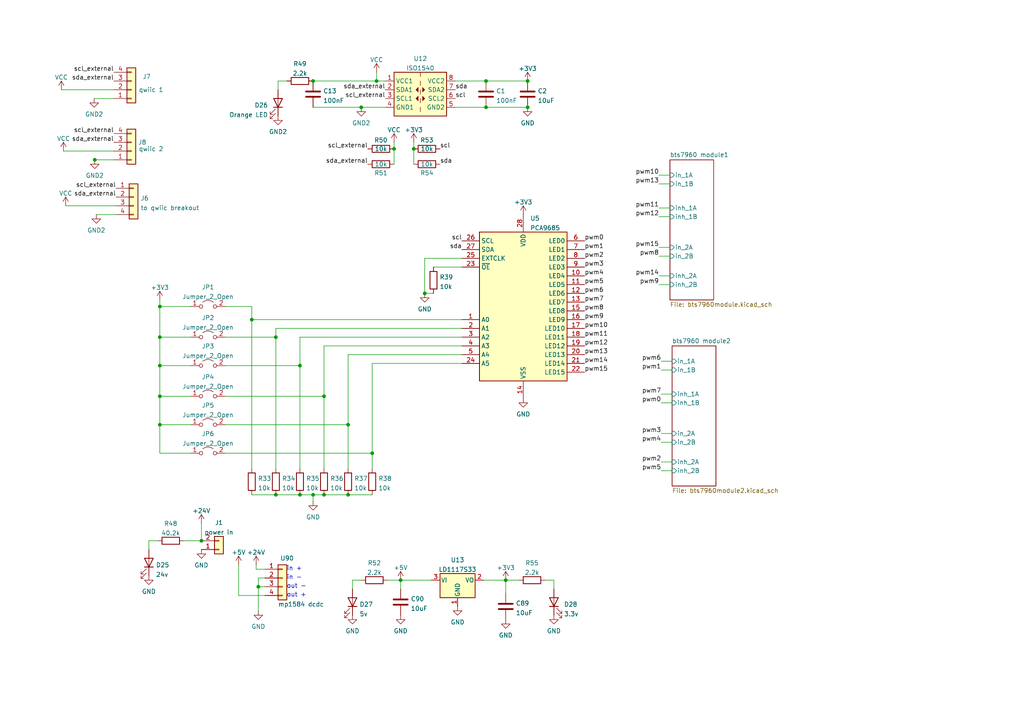
<source format=kicad_sch>
(kicad_sch (version 20230121) (generator eeschema)
  (paper "A4")
  (lib_symbols
    (symbol "Connector_Generic:Conn_01x02" (pin_names (offset 1.016) hide)
      (property "Reference" "J" (at 0 2.54 0))
      (property "Value" "Conn_01x02" (at 0 -5.08 0))
      (symbol "Conn_01x02_1_1"
        (rectangle (start -1.27 -2.413) (end 0 -2.667) (stroke (width 0.1524)))
        (rectangle (start -1.27 0.127) (end 0 -0.127) (stroke (width 0.1524)))
        (rectangle (start -1.27 1.27) (end 1.27 -3.81) (stroke (width 0.254)) (fill (type background)))
        (pin passive line (at -5.08 0 0) (length 3.81) (name "Pin_1") (number "1"))
        (pin passive line (at -5.08 -2.54 0) (length 3.81) (name "Pin_2") (number "2"))
      )
    )
    (symbol "Connector_Generic:Conn_01x04" (pin_names (offset 1.016) hide)
      (property "Reference" "J" (at 0 5.08 0))
      (property "Value" "Conn_01x04" (at 0 -7.62 0))
      (symbol "Conn_01x04_1_1"
        (rectangle (start -1.27 -4.953) (end 0 -5.207) (stroke (width 0.1524)))
        (rectangle (start -1.27 -2.413) (end 0 -2.667) (stroke (width 0.1524)))
        (rectangle (start -1.27 0.127) (end 0 -0.127) (stroke (width 0.1524)))
        (rectangle (start -1.27 2.667) (end 0 2.413) (stroke (width 0.1524)))
        (rectangle (start -1.27 3.81) (end 1.27 -6.35) (stroke (width 0.254)) (fill (type background)))
        (pin passive line (at -5.08 2.54 0) (length 3.81) (name "Pin_1") (number "1"))
        (pin passive line (at -5.08 0 0) (length 3.81) (name "Pin_2") (number "2"))
        (pin passive line (at -5.08 -2.54 0) (length 3.81) (name "Pin_3") (number "3"))
        (pin passive line (at -5.08 -5.08 0) (length 3.81) (name "Pin_4") (number "4"))
      )
    )
    (symbol "Device:C" (pin_numbers hide) (pin_names (offset 0.254))
      (property "Reference" "C" (at 0.635 2.54 0))
      (property "Value" "C" (at 0.635 -2.54 0))
      (symbol "C_0_1"
        (polyline (pts (xy -2.032 -0.762) (xy 2.032 -0.762)) (stroke (width 0.508)))
        (polyline (pts (xy -2.032 0.762) (xy 2.032 0.762)) (stroke (width 0.508)))
      )
      (symbol "C_1_1"
        (pin passive line (at 0 3.81 270) (length 2.794) (name "~") (number "1"))
        (pin passive line (at 0 -3.81 90) (length 2.794) (name "~") (number "2"))
      )
    )
    (symbol "Device:LED" (pin_numbers hide) (pin_names (offset 1.016) hide)
      (property "Reference" "D" (at 0 2.54 0))
      (property "Value" "LED" (at 0 -2.54 0))
      (symbol "LED_0_1"
        (polyline (pts (xy -1.27 -1.27) (xy -1.27 1.27)) (stroke (width 0.254)))
        (polyline (pts (xy -1.27 0) (xy 1.27 0)))
        (polyline (pts (xy 1.27 -1.27) (xy 1.27 1.27) (xy -1.27 0) (xy 1.27 -1.27)) (stroke (width 0.254)))
        (polyline (pts (xy -3.048 -0.762) (xy -4.572 -2.286) (xy -3.81 -2.286) (xy -4.572 -2.286) (xy -4.572 -1.524)))
        (polyline (pts (xy -1.778 -0.762) (xy -3.302 -2.286) (xy -2.54 -2.286) (xy -3.302 -2.286) (xy -3.302 -1.524)))
      )
      (symbol "LED_1_1"
        (pin passive line (at -3.81 0 0) (length 2.54) (name "K") (number "1"))
        (pin passive line (at 3.81 0 180) (length 2.54) (name "A") (number "2"))
      )
    )
    (symbol "Device:R" (pin_numbers hide) (pin_names (offset 0))
      (property "Reference" "R" (at 2.032 0 90))
      (property "Value" "R" (at 0 0 90))
      (symbol "R_0_1"
        (rectangle (start -1.016 -2.54) (end 1.016 2.54) (stroke (width 0.254)))
      )
      (symbol "R_1_1"
        (pin passive line (at 0 3.81 270) (length 1.27) (name "~") (number "1"))
        (pin passive line (at 0 -3.81 90) (length 1.27) (name "~") (number "2"))
      )
    )
    (symbol "Driver_LED:PCA9685PW"
      (property "Reference" "U" (at -12.7 22.225 0))
      (property "Value" "PCA9685PW" (at 1.27 22.225 0))
      (symbol "PCA9685PW_0_1"
        (rectangle (start -12.7 20.32) (end 12.7 -22.86) (stroke (width 0.254)) (fill (type background)))
      )
      (symbol "PCA9685PW_1_1"
        (pin input line (at -17.78 -5.08 0) (length 5.08) (name "A0") (number "1"))
        (pin output line (at 17.78 7.62 180) (length 5.08) (name "LED4") (number "10"))
        (pin output line (at 17.78 5.08 180) (length 5.08) (name "LED5") (number "11"))
        (pin output line (at 17.78 2.54 180) (length 5.08) (name "LED6") (number "12"))
        (pin output line (at 17.78 0 180) (length 5.08) (name "LED7") (number "13"))
        (pin power_in line (at 0 -27.94 90) (length 5.08) (name "VSS") (number "14"))
        (pin output line (at 17.78 -2.54 180) (length 5.08) (name "LED8") (number "15"))
        (pin output line (at 17.78 -5.08 180) (length 5.08) (name "LED9") (number "16"))
        (pin output line (at 17.78 -7.62 180) (length 5.08) (name "LED10") (number "17"))
        (pin output line (at 17.78 -10.16 180) (length 5.08) (name "LED11") (number "18"))
        (pin output line (at 17.78 -12.7 180) (length 5.08) (name "LED12") (number "19"))
        (pin input line (at -17.78 -7.62 0) (length 5.08) (name "A1") (number "2"))
        (pin output line (at 17.78 -15.24 180) (length 5.08) (name "LED13") (number "20"))
        (pin output line (at 17.78 -17.78 180) (length 5.08) (name "LED14") (number "21"))
        (pin output line (at 17.78 -20.32 180) (length 5.08) (name "LED15") (number "22"))
        (pin input line (at -17.78 10.16 0) (length 5.08) (name "~{OE}") (number "23"))
        (pin input line (at -17.78 -17.78 0) (length 5.08) (name "A5") (number "24"))
        (pin input line (at -17.78 12.7 0) (length 5.08) (name "EXTCLK") (number "25"))
        (pin input line (at -17.78 17.78 0) (length 5.08) (name "SCL") (number "26"))
        (pin bidirectional line (at -17.78 15.24 0) (length 5.08) (name "SDA") (number "27"))
        (pin power_in line (at 0 25.4 270) (length 5.08) (name "VDD") (number "28"))
        (pin input line (at -17.78 -10.16 0) (length 5.08) (name "A2") (number "3"))
        (pin input line (at -17.78 -12.7 0) (length 5.08) (name "A3") (number "4"))
        (pin input line (at -17.78 -15.24 0) (length 5.08) (name "A4") (number "5"))
        (pin output line (at 17.78 17.78 180) (length 5.08) (name "LED0") (number "6"))
        (pin output line (at 17.78 15.24 180) (length 5.08) (name "LED1") (number "7"))
        (pin output line (at 17.78 12.7 180) (length 5.08) (name "LED2") (number "8"))
        (pin output line (at 17.78 10.16 180) (length 5.08) (name "LED3") (number "9"))
      )
    )
    (symbol "Isolator:ISO1540"
      (property "Reference" "U" (at -6.35 6.35 0))
      (property "Value" "ISO1540" (at 3.81 6.35 0))
      (symbol "ISO1540_0_1"
        (rectangle (start -7.62 5.08) (end 7.62 -7.62) (stroke (width 0.254)) (fill (type background)))
        (rectangle (start 0 -5.08) (end 0 -6.35))
        (polyline (pts (xy 0 -2.54) (xy 0 -3.81)))
        (polyline (pts (xy 0 0) (xy 0 -1.27)))
        (polyline (pts (xy 0 2.54) (xy 0 1.27)))
        (polyline (pts (xy 0 5.08) (xy 0 3.81)))
        (polyline (pts (xy -0.635 0.635) (xy -1.27 0) (xy -0.635 -0.635) (xy -0.635 0.635)) (fill (type outline)))
        (polyline (pts (xy 0.635 -1.905) (xy 1.27 -2.54) (xy 0.635 -3.175) (xy 0.635 -1.905)) (fill (type outline)))
        (polyline (pts (xy 0.635 0.635) (xy 1.27 0) (xy 0.635 -0.635) (xy 0.635 0.635)) (fill (type outline)))
      )
      (symbol "ISO1540_1_1"
        (polyline (pts (xy -0.635 -1.905) (xy -1.27 -2.54) (xy -0.635 -3.175) (xy -0.635 -1.905)) (fill (type outline)))
        (pin power_in line (at -10.16 2.54 0) (length 2.54) (name "VCC1") (number "1"))
        (pin bidirectional line (at -10.16 0 0) (length 2.54) (name "SDA1") (number "2"))
        (pin bidirectional line (at -10.16 -2.54 0) (length 2.54) (name "SCL1") (number "3"))
        (pin power_in line (at -10.16 -5.08 0) (length 2.54) (name "GND1") (number "4"))
        (pin power_in line (at 10.16 -5.08 180) (length 2.54) (name "GND2") (number "5"))
        (pin bidirectional line (at 10.16 -2.54 180) (length 2.54) (name "SCL2") (number "6"))
        (pin bidirectional line (at 10.16 0 180) (length 2.54) (name "SDA2") (number "7"))
        (pin power_in line (at 10.16 2.54 180) (length 2.54) (name "VCC2") (number "8"))
      )
    )
    (symbol "Jumper:Jumper_2_Open" (pin_names (offset 0) hide)
      (property "Reference" "JP" (at 0 2.794 0))
      (property "Value" "Jumper_2_Open" (at 0 -2.286 0))
      (symbol "Jumper_2_Open_0_0"
        (circle (center -2.032 0) (radius 0.508))
        (circle (center 2.032 0) (radius 0.508))
      )
      (symbol "Jumper_2_Open_0_1"
        (arc (start 1.524 1.27) (mid 0 1.778) (end -1.524 1.27))
      )
      (symbol "Jumper_2_Open_1_1"
        (pin passive line (at -5.08 0 0) (length 2.54) (name "A") (number "1"))
        (pin passive line (at 5.08 0 180) (length 2.54) (name "B") (number "2"))
      )
    )
    (symbol "Regulator_Linear:LD1117S33TR_SOT223" (pin_names (offset 0.254))
      (property "Reference" "U" (at -3.81 3.175 0))
      (property "Value" "LD1117S33TR_SOT223" (at 0 3.175 0))
      (symbol "LD1117S33TR_SOT223_0_1"
        (rectangle (start -5.08 -5.08) (end 5.08 1.905) (stroke (width 0.254)) (fill (type background)))
      )
      (symbol "LD1117S33TR_SOT223_1_1"
        (pin power_in line (at 0 -7.62 90) (length 2.54) (name "GND") (number "1"))
        (pin power_out line (at 7.62 0 180) (length 2.54) (name "VO") (number "2"))
        (pin power_in line (at -7.62 0 0) (length 2.54) (name "VI") (number "3"))
      )
    )
    (symbol "power:+24V" (power) (pin_names (offset 0))
      (property "Value" "+24V" (at 0 3.556 0))
      (symbol "+24V_0_1"
        (polyline (pts (xy -0.762 1.27) (xy 0 2.54)))
        (polyline (pts (xy 0 0) (xy 0 2.54)))
        (polyline (pts (xy 0 2.54) (xy 0.762 1.27)))
      )
      (symbol "+24V_1_1"
        (pin power_in line (at 0 0 90) (length 0) hide (name "+24V") (number "1"))
      )
    )
    (symbol "power:+3.3V" (power) (pin_names (offset 0))
      (property "Value" "+3.3V" (at 0 3.556 0))
      (symbol "+3.3V_0_1"
        (polyline (pts (xy -0.762 1.27) (xy 0 2.54)))
        (polyline (pts (xy 0 0) (xy 0 2.54)))
        (polyline (pts (xy 0 2.54) (xy 0.762 1.27)))
      )
      (symbol "+3.3V_1_1"
        (pin power_in line (at 0 0 90) (length 0) hide (name "+3V3") (number "1"))
      )
    )
    (symbol "power:+5V" (power) (pin_names (offset 0))
      (property "Value" "+5V" (at 0 3.556 0))
      (symbol "+5V_0_1"
        (polyline (pts (xy -0.762 1.27) (xy 0 2.54)))
        (polyline (pts (xy 0 0) (xy 0 2.54)))
        (polyline (pts (xy 0 2.54) (xy 0.762 1.27)))
      )
      (symbol "+5V_1_1"
        (pin power_in line (at 0 0 90) (length 0) hide (name "+5V") (number "1"))
      )
    )
    (symbol "power:GND" (power) (pin_names (offset 0))
      (property "Value" "GND" (at 0 -3.81 0))
      (symbol "GND_0_1"
        (polyline (pts (xy 0 0) (xy 0 -1.27) (xy 1.27 -1.27) (xy 0 -2.54) (xy -1.27 -1.27) (xy 0 -1.27)))
      )
      (symbol "GND_1_1"
        (pin power_in line (at 0 0 270) (length 0) hide (name "GND") (number "1"))
      )
    )
    (symbol "power:GND2" (power) (pin_names (offset 0))
      (property "Value" "GND2" (at 0 -3.81 0))
      (symbol "GND2_0_1"
        (polyline (pts (xy 0 0) (xy 0 -1.27) (xy 1.27 -1.27) (xy 0 -2.54) (xy -1.27 -1.27) (xy 0 -1.27)))
      )
      (symbol "GND2_1_1"
        (pin power_in line (at 0 0 270) (length 0) hide (name "GND2") (number "1"))
      )
    )
    (symbol "power:VCC" (power) (pin_names (offset 0))
      (property "Value" "VCC" (at 0 3.81 0))
      (symbol "VCC_0_1"
        (polyline (pts (xy -0.762 1.27) (xy 0 2.54)))
        (polyline (pts (xy 0 0) (xy 0 2.54)))
        (polyline (pts (xy 0 2.54) (xy 0.762 1.27)))
      )
      (symbol "VCC_1_1"
        (pin power_in line (at 0 0 90) (length 0) hide (name "VCC") (number "1"))
      )
    )
  )
  (junction (at 140.97 31.115))
  (junction (at 123.19 85.09))
  (junction (at 46.355 114.935))
  (junction (at 100.965 123.19))
  (junction (at 86.995 143.51))
  (junction (at 114.3 43.18))
  (junction (at 140.97 23.495))
  (junction (at 80.01 143.51))
  (junction (at 93.98 143.51))
  (junction (at 146.685 168.275))
  (junction (at 120.015 43.18))
  (junction (at 73.025 92.71))
  (junction (at 100.965 143.51))
  (junction (at 116.205 168.275))
  (junction (at 109.22 23.495))
  (junction (at 74.93 170.18))
  (junction (at 58.42 156.845))
  (junction (at 104.775 31.115))
  (junction (at 80.01 97.79))
  (junction (at 90.805 23.495))
  (junction (at 86.995 106.045))
  (junction (at 27.4792 46.355))
  (junction (at 46.355 106.045))
  (junction (at 46.355 123.19))
  (junction (at 107.95 131.445))
  (junction (at 46.355 88.9))
  (junction (at 90.805 143.51))
  (junction (at 93.98 114.935))
  (junction (at 46.355 97.79))
  (junction (at 153.035 23.495))
  (junction (at 153.035 31.115))
  (wire (pts (xy 140.97 31.115) (xy 153.035 31.115)))
  (wire (pts (xy 191.77 107.315) (xy 194.945 107.315)))
  (wire (pts (xy 133.985 92.71) (xy 73.025 92.71)))
  (wire (pts (xy 191.135 74.295) (xy 194.31 74.295)))
  (wire (pts (xy 58.42 151.765) (xy 58.42 156.845)))
  (wire (pts (xy 65.405 114.935) (xy 93.98 114.935)))
  (wire (pts (xy 150.495 168.275) (xy 146.685 168.275)))
  (wire (pts (xy 191.77 128.27) (xy 194.945 128.27)))
  (wire (pts (xy 102.235 168.275) (xy 104.775 168.275)))
  (wire (pts (xy 100.965 123.19) (xy 100.965 135.89)))
  (wire (pts (xy 53.34 156.845) (xy 58.42 156.845)))
  (wire (pts (xy 80.01 97.79) (xy 65.405 97.79)))
  (wire (pts (xy 191.77 133.985) (xy 194.945 133.985)))
  (wire (pts (xy 90.805 23.495) (xy 109.22 23.495)))
  (wire (pts (xy 93.98 114.935) (xy 93.98 135.89)))
  (wire (pts (xy 114.3 47.625) (xy 114.3 43.18)))
  (wire (pts (xy 191.77 136.525) (xy 194.945 136.525)))
  (wire (pts (xy 46.355 114.935) (xy 46.355 123.19)))
  (wire (pts (xy 107.95 131.445) (xy 107.95 105.41)))
  (wire (pts (xy 107.95 131.445) (xy 107.95 135.89)))
  (wire (pts (xy 140.335 168.275) (xy 146.685 168.275)))
  (wire (pts (xy 191.135 62.865) (xy 194.31 62.865)))
  (wire (pts (xy 46.355 123.19) (xy 46.355 131.445)))
  (wire (pts (xy 86.995 143.51) (xy 90.805 143.51)))
  (wire (pts (xy 80.01 97.79) (xy 80.01 135.89)))
  (wire (pts (xy 73.025 92.71) (xy 73.025 135.89)))
  (wire (pts (xy 191.135 50.8) (xy 194.31 50.8)))
  (wire (pts (xy 160.655 170.815) (xy 160.655 168.275)))
  (wire (pts (xy 100.965 143.51) (xy 107.95 143.51)))
  (wire (pts (xy 90.805 143.51) (xy 90.805 145.415)))
  (wire (pts (xy 86.995 106.045) (xy 86.995 135.89)))
  (wire (pts (xy 191.135 80.01) (xy 194.31 80.01)))
  (wire (pts (xy 46.355 106.045) (xy 55.245 106.045)))
  (wire (pts (xy 46.355 88.9) (xy 46.355 97.79)))
  (wire (pts (xy 191.135 82.55) (xy 194.31 82.55)))
  (wire (pts (xy 43.18 156.845) (xy 45.72 156.845)))
  (wire (pts (xy 104.775 31.115) (xy 111.76 31.115)))
  (wire (pts (xy 46.355 123.19) (xy 55.245 123.19)))
  (wire (pts (xy 123.19 74.93) (xy 133.985 74.93)))
  (wire (pts (xy 17.78 26.035) (xy 33.02 26.035)))
  (wire (pts (xy 120.015 43.18) (xy 120.015 41.275)))
  (wire (pts (xy 65.405 131.445) (xy 107.95 131.445)))
  (wire (pts (xy 191.77 116.84) (xy 194.945 116.84)))
  (wire (pts (xy 46.355 88.9) (xy 55.245 88.9)))
  (wire (pts (xy 90.805 31.115) (xy 104.775 31.115)))
  (wire (pts (xy 112.395 168.275) (xy 116.205 168.275)))
  (wire (pts (xy 191.135 53.34) (xy 194.31 53.34)))
  (wire (pts (xy 86.995 106.045) (xy 86.995 97.79)))
  (wire (pts (xy 76.835 172.72) (xy 69.215 172.72)))
  (wire (pts (xy 74.93 170.18) (xy 74.93 177.165)))
  (wire (pts (xy 120.015 47.625) (xy 120.015 43.18)))
  (wire (pts (xy 55.245 131.445) (xy 46.355 131.445)))
  (wire (pts (xy 80.645 23.495) (xy 83.185 23.495)))
  (wire (pts (xy 109.22 20.955) (xy 109.22 23.495)))
  (wire (pts (xy 100.965 102.87) (xy 133.985 102.87)))
  (wire (pts (xy 191.77 104.775) (xy 194.945 104.775)))
  (wire (pts (xy 114.3 43.18) (xy 114.3 41.275)))
  (wire (pts (xy 132.08 23.495) (xy 140.97 23.495)))
  (wire (pts (xy 27.4792 46.355) (xy 33.02 46.355)))
  (wire (pts (xy 90.805 143.51) (xy 93.98 143.51)))
  (wire (pts (xy 191.135 71.755) (xy 194.31 71.755)))
  (wire (pts (xy 73.025 88.9) (xy 73.025 92.71)))
  (wire (pts (xy 123.19 85.09) (xy 125.73 85.09)))
  (wire (pts (xy 65.405 106.045) (xy 86.995 106.045)))
  (wire (pts (xy 19.05 59.69) (xy 33.655 59.69)))
  (wire (pts (xy 27.94 62.23) (xy 33.655 62.23)))
  (wire (pts (xy 160.655 168.275) (xy 158.115 168.275)))
  (wire (pts (xy 109.22 23.495) (xy 111.76 23.495)))
  (wire (pts (xy 65.405 123.19) (xy 100.965 123.19)))
  (wire (pts (xy 46.355 106.045) (xy 46.355 114.935)))
  (wire (pts (xy 76.835 167.64) (xy 74.93 167.64)))
  (wire (pts (xy 191.135 60.325) (xy 194.31 60.325)))
  (wire (pts (xy 107.95 105.41) (xy 133.985 105.41)))
  (wire (pts (xy 46.355 86.995) (xy 46.355 88.9)))
  (wire (pts (xy 116.205 168.275) (xy 116.205 170.815)))
  (wire (pts (xy 93.98 100.33) (xy 133.985 100.33)))
  (wire (pts (xy 27.305 28.575) (xy 33.02 28.575)))
  (wire (pts (xy 69.215 163.83) (xy 69.215 172.72)))
  (wire (pts (xy 73.025 143.51) (xy 80.01 143.51)))
  (wire (pts (xy 140.97 23.495) (xy 153.035 23.495)))
  (wire (pts (xy 74.93 167.64) (xy 74.93 170.18)))
  (wire (pts (xy 46.355 97.79) (xy 46.355 106.045)))
  (wire (pts (xy 191.77 125.73) (xy 194.945 125.73)))
  (wire (pts (xy 80.01 143.51) (xy 86.995 143.51)))
  (wire (pts (xy 74.93 170.18) (xy 76.835 170.18)))
  (wire (pts (xy 73.025 88.9) (xy 65.405 88.9)))
  (wire (pts (xy 125.73 77.47) (xy 133.985 77.47)))
  (wire (pts (xy 93.98 143.51) (xy 100.965 143.51)))
  (wire (pts (xy 80.01 95.25) (xy 80.01 97.79)))
  (wire (pts (xy 18.415 43.815) (xy 33.02 43.815)))
  (wire (pts (xy 146.685 168.275) (xy 146.685 172.085)))
  (wire (pts (xy 86.995 97.79) (xy 133.985 97.79)))
  (wire (pts (xy 100.965 123.19) (xy 100.965 102.87)))
  (wire (pts (xy 102.235 170.815) (xy 102.235 168.275)))
  (wire (pts (xy 46.355 97.79) (xy 55.245 97.79)))
  (wire (pts (xy 76.835 165.1) (xy 74.295 165.1)))
  (wire (pts (xy 80.645 26.035) (xy 80.645 23.495)))
  (wire (pts (xy 93.98 114.935) (xy 93.98 100.33)))
  (wire (pts (xy 132.08 31.115) (xy 140.97 31.115)))
  (wire (pts (xy 46.355 114.935) (xy 55.245 114.935)))
  (wire (pts (xy 125.095 168.275) (xy 116.205 168.275)))
  (wire (pts (xy 191.77 114.3) (xy 194.945 114.3)))
  (wire (pts (xy 43.18 159.385) (xy 43.18 156.845)))
  (wire (pts (xy 74.295 165.1) (xy 74.295 163.83)))
  (wire (pts (xy 27.305 46.355) (xy 27.4792 46.355)))
  (wire (pts (xy 123.19 85.09) (xy 123.19 74.93)))
  (wire (pts (xy 80.01 95.25) (xy 133.985 95.25)))
  (text "in +" (at 87.63 165.735 0) (effects (font (size 1.27 1.27)) (justify right bottom)))
  (text "out -" (at 88.9 170.815 0) (effects (font (size 1.27 1.27)) (justify right bottom)))
  (text "out +" (at 88.9 173.355 0) (effects (font (size 1.27 1.27)) (justify right bottom)))
  (text "in -" (at 87.63 168.275 0) (effects (font (size 1.27 1.27)) (justify right bottom)))
  (label "sda" (at 133.985 72.39 180))
  (label "pwm5" (at 169.545 82.55 0))
  (label "scl" (at 132.08 28.575 0))
  (label "scl_external" (at 33.02 38.735 180))
  (label "pwm14" (at 191.135 80.01 180))
  (label "pwm5" (at 191.77 136.525 180))
  (label "pwm1" (at 169.545 72.39 0))
  (label "scl" (at 127.635 43.18 0))
  (label "sda" (at 127.635 47.625 0))
  (label "pwm0" (at 191.77 116.84 180))
  (label "sda_external" (at 33.02 23.495 180))
  (label "scl_external" (at 106.68 43.18 180))
  (label "pwm15" (at 191.135 71.755 180))
  (label "pwm10" (at 169.545 95.25 0))
  (label "pwm8" (at 169.545 90.17 0))
  (label "sda_external" (at 33.02 41.275 180))
  (label "pwm1" (at 191.77 107.315 180))
  (label "pwm6" (at 191.77 104.775 180))
  (label "pwm2" (at 169.545 74.93 0))
  (label "scl" (at 133.985 69.85 180))
  (label "pwm3" (at 191.77 125.73 180))
  (label "sda" (at 132.08 26.035 0))
  (label "pwm7" (at 169.545 87.63 0))
  (label "pwm11" (at 169.545 97.79 0))
  (label "pwm2" (at 191.77 133.985 180))
  (label "pwm12" (at 191.135 62.865 180))
  (label "pwm10" (at 191.135 50.8 180))
  (label "pwm6" (at 169.545 85.09 0))
  (label "pwm15" (at 169.545 107.95 0))
  (label "pwm11" (at 191.135 60.325 180))
  (label "pwm9" (at 169.545 92.71 0))
  (label "pwm13" (at 191.135 53.34 180))
  (label "pwm8" (at 191.135 74.295 180))
  (label "pwm4" (at 191.77 128.27 180))
  (label "sda_external" (at 33.655 57.15 180))
  (label "pwm0" (at 169.545 69.85 0))
  (label "sda_external" (at 111.76 26.035 180))
  (label "pwm3" (at 169.545 77.47 0))
  (label "pwm7" (at 191.77 114.3 180))
  (label "pwm9" (at 191.135 82.55 180))
  (label "sda_external" (at 106.68 47.625 180))
  (label "pwm14" (at 169.545 105.41 0))
  (label "pwm13" (at 169.545 102.87 0))
  (label "scl_external" (at 33.02 20.955 180))
  (label "pwm12" (at 169.545 100.33 0))
  (label "pwm4" (at 169.545 80.01 0))
  (label "scl_external" (at 33.655 54.61 180))
  (label "scl_external" (at 111.76 28.575 180))
  (symbol (lib_id "Device:LED") (at 43.18 163.195 270) (mirror x) (unit 1)
    (property "Reference" "D25" (at 45.212 163.874 90) (effects (justify left)))
    (property "Value" "24v" (at 45.212 166.6491 90) (effects (justify left)))
    (property "Footprint" "LED_SMD:LED_0603_1608Metric" (effects hide))
  )
  (symbol (lib_id "Device:C") (at 140.97 27.305 0) (unit 1)
    (property "Reference" "C1" (at 143.891 26.3965 0) (effects (justify left)))
    (property "Value" "100nF" (at 143.891 29.1716 0) (effects (justify left)))
    (property "Footprint" "Capacitor_SMD:C_0603_1608Metric" (effects hide))
  )
  (symbol (lib_id "power:VCC") (at 19.05 59.69 0) (unit 1)
    (property "Reference" "#PWR0114" (effects hide))
    (property "Value" "VCC" (at 19.05 56.0855 0))
  )
  (symbol (lib_id "power:GND2") (at 27.4792 46.355 0) (unit 1)
    (property "Reference" "#PWR0119" (effects hide))
    (property "Value" "GND2" (at 27.4792 50.9175 0))
  )
  (symbol (lib_id "Device:R") (at 49.53 156.845 270) (mirror x) (unit 1)
    (property "Reference" "R48" (at 49.53 151.8625 90))
    (property "Value" "40.2k" (at 49.53 154.6376 90))
    (property "Footprint" "Resistor_SMD:R_0603_1608Metric" (effects hide))
  )
  (symbol (lib_id "Isolator:ISO1540") (at 121.92 26.035 0) (unit 1)
    (property "Reference" "U12" (at 121.92 16.9885 0))
    (property "Value" "ISO1540" (at 121.92 19.7636 0))
    (property "Footprint" "Package_SO:SOIC-8_3.9x4.9mm_P1.27mm" (effects hide))
    (property "Datasheet" "http://www.ti.com/lit/ds/symlink/iso1541.pdf" (effects hide))
  )
  (symbol (lib_id "Driver_LED:PCA9685PW") (at 151.765 87.63 0) (unit 1)
    (property "Reference" "U5" (at 153.7844 63.3435 0) (effects (justify left)))
    (property "Value" "PCA9685" (at 153.7844 66.1186 0) (effects (justify left)))
    (property "Footprint" "Package_SO:TSSOP-28_4.4x9.7mm_P0.65mm" (effects hide))
    (property "Datasheet" "http://www.nxp.com/documents/data_sheet/PCA9685.pdf" (effects hide))
  )
  (symbol (lib_id "Device:LED") (at 80.645 29.845 270) (mirror x) (unit 1)
    (property "Reference" "D26" (at 77.724 30.524 90) (effects (justify right)))
    (property "Value" "Orange LED" (at 77.724 33.2991 90) (effects (justify right)))
    (property "Footprint" "LED_SMD:LED_0603_1608Metric" (effects hide))
  )
  (symbol (lib_id "power:VCC") (at 18.415 43.815 0) (unit 1)
    (property "Reference" "#PWR0120" (effects hide))
    (property "Value" "VCC" (at 18.415 40.2105 0))
  )
  (symbol (lib_id "Device:R") (at 80.01 139.7 0) (unit 1)
    (property "Reference" "R34" (at 81.788 138.7915 0) (effects (justify left)))
    (property "Value" "10k" (at 81.788 141.5666 0) (effects (justify left)))
    (property "Footprint" "Resistor_SMD:R_0603_1608Metric" (effects hide))
  )
  (symbol (lib_id "power:+5V") (at 69.215 163.83 0) (unit 1)
    (property "Reference" "#PWR014" (effects hide))
    (property "Value" "+5V" (at 69.215 160.2255 0))
  )
  (symbol (lib_id "power:+3.3V") (at 146.685 168.275 0) (unit 1)
    (property "Reference" "#PWR0122" (effects hide))
    (property "Value" "+3.3V" (at 146.685 164.6705 0))
  )
  (symbol (lib_id "Jumper:Jumper_2_Open") (at 60.325 131.445 0) (unit 1)
    (property "Reference" "JP6" (at 60.325 125.8275 0))
    (property "Value" "Jumper_2_Open" (at 60.325 128.6026 0))
    (property "Footprint" "Jumper:SolderJumper-2_P1.3mm_Bridged_RoundedPad1.0x1.5mm" (effects hide))
  )
  (symbol (lib_id "Device:R") (at 73.025 139.7 0) (unit 1)
    (property "Reference" "R33" (at 74.803 138.7915 0) (effects (justify left)))
    (property "Value" "10k" (at 74.803 141.5666 0) (effects (justify left)))
    (property "Footprint" "Resistor_SMD:R_0603_1608Metric" (effects hide))
  )
  (symbol (lib_id "power:GND") (at 90.805 145.415 0) (unit 1)
    (property "Reference" "#PWR08" (effects hide))
    (property "Value" "GND" (at 90.805 149.9775 0))
  )
  (symbol (lib_id "Device:R") (at 86.995 23.495 270) (mirror x) (unit 1)
    (property "Reference" "R49" (at 86.995 18.5125 90))
    (property "Value" "2.2k" (at 86.995 21.2876 90))
    (property "Footprint" "Resistor_SMD:R_0603_1608Metric" (effects hide))
  )
  (symbol (lib_id "power:GND") (at 116.205 178.435 0) (unit 1)
    (property "Reference" "#PWR0110" (effects hide))
    (property "Value" "GND" (at 116.205 182.9975 0))
  )
  (symbol (lib_id "Jumper:Jumper_2_Open") (at 60.325 106.045 0) (unit 1)
    (property "Reference" "JP3" (at 60.325 100.4275 0))
    (property "Value" "Jumper_2_Open" (at 60.325 103.2026 0))
    (property "Footprint" "Jumper:SolderJumper-2_P1.3mm_Open_RoundedPad1.0x1.5mm" (effects hide))
  )
  (symbol (lib_id "power:GND2") (at 27.305 28.575 0) (unit 1)
    (property "Reference" "#PWR0117" (effects hide))
    (property "Value" "GND2" (at 27.305 33.1375 0))
  )
  (symbol (lib_id "power:GND2") (at 80.645 33.655 0) (unit 1)
    (property "Reference" "#PWR0113" (effects hide))
    (property "Value" "GND2" (at 80.645 38.2175 0))
  )
  (symbol (lib_id "Connector_Generic:Conn_01x04") (at 81.915 167.64 0) (unit 1)
    (property "Reference" "U90" (at 81.28 161.925 0) (effects (justify left)))
    (property "Value" "mp1584 dcdc" (at 80.645 175.26 0) (effects (justify left)))
    (property "Footprint" "Evan's misc parts:MP1584_buck_module" (effects hide))
  )
  (symbol (lib_id "power:GND") (at 132.715 175.895 0) (unit 1)
    (property "Reference" "#PWR0111" (effects hide))
    (property "Value" "GND" (at 132.715 180.4575 0))
  )
  (symbol (lib_id "Device:C") (at 90.805 27.305 0) (mirror y) (unit 1)
    (property "Reference" "C13" (at 93.726 26.3965 0) (effects (justify right)))
    (property "Value" "100nF" (at 93.726 29.1716 0) (effects (justify right)))
    (property "Footprint" "Capacitor_SMD:C_0603_1608Metric" (effects hide))
  )
  (symbol (lib_id "Device:C") (at 116.205 174.625 0) (unit 1)
    (property "Reference" "C90" (at 119.126 173.7165 0) (effects (justify left)))
    (property "Value" "10uF" (at 119.126 176.4916 0) (effects (justify left)))
    (property "Footprint" "Capacitor_SMD:C_1206_3216Metric" (effects hide))
  )
  (symbol (lib_id "power:GND") (at 102.235 178.435 0) (mirror y) (unit 1)
    (property "Reference" "#PWR0109" (effects hide))
    (property "Value" "GND" (at 102.235 182.9975 0))
  )
  (symbol (lib_id "Device:R") (at 100.965 139.7 0) (unit 1)
    (property "Reference" "R37" (at 102.743 138.7915 0) (effects (justify left)))
    (property "Value" "10k" (at 102.743 141.5666 0) (effects (justify left)))
    (property "Footprint" "Resistor_SMD:R_0603_1608Metric" (effects hide))
  )
  (symbol (lib_id "Device:R") (at 123.825 43.18 270) (mirror x) (unit 1)
    (property "Reference" "R53" (at 123.825 40.64 90))
    (property "Value" "10k" (at 123.825 43.18 90))
    (property "Footprint" "Resistor_SMD:R_0603_1608Metric" (effects hide))
  )
  (symbol (lib_id "Device:R") (at 93.98 139.7 0) (unit 1)
    (property "Reference" "R36" (at 95.758 138.7915 0) (effects (justify left)))
    (property "Value" "10k" (at 95.758 141.5666 0) (effects (justify left)))
    (property "Footprint" "Resistor_SMD:R_0603_1608Metric" (effects hide))
  )
  (symbol (lib_id "Device:R") (at 86.995 139.7 0) (unit 1)
    (property "Reference" "R35" (at 88.773 138.7915 0) (effects (justify left)))
    (property "Value" "10k" (at 88.773 141.5666 0) (effects (justify left)))
    (property "Footprint" "Resistor_SMD:R_0603_1608Metric" (effects hide))
  )
  (symbol (lib_id "power:+24V") (at 74.295 163.83 0) (unit 1)
    (property "Reference" "#PWR015" (effects hide))
    (property "Value" "+24V" (at 74.295 160.2255 0))
  )
  (symbol (lib_id "Jumper:Jumper_2_Open") (at 60.325 97.79 0) (unit 1)
    (property "Reference" "JP2" (at 60.325 92.1725 0))
    (property "Value" "Jumper_2_Open" (at 60.325 94.9476 0))
    (property "Footprint" "Jumper:SolderJumper-2_P1.3mm_Open_RoundedPad1.0x1.5mm" (effects hide))
  )
  (symbol (lib_id "power:GND2") (at 104.775 31.115 0) (unit 1)
    (property "Reference" "#PWR0101" (effects hide))
    (property "Value" "GND2" (at 104.775 35.6775 0))
  )
  (symbol (lib_id "Device:R") (at 154.305 168.275 90) (unit 1)
    (property "Reference" "R55" (at 154.305 163.2925 90))
    (property "Value" "2.2k" (at 154.305 166.0676 90))
    (property "Footprint" "Resistor_SMD:R_0603_1608Metric" (effects hide))
  )
  (symbol (lib_id "Device:R") (at 125.73 81.28 0) (unit 1)
    (property "Reference" "R39" (at 127.508 80.3715 0) (effects (justify left)))
    (property "Value" "10k" (at 127.508 83.1466 0) (effects (justify left)))
    (property "Footprint" "Resistor_SMD:R_0603_1608Metric" (effects hide))
  )
  (symbol (lib_id "power:GND") (at 153.035 31.115 0) (unit 1)
    (property "Reference" "#PWR010" (effects hide))
    (property "Value" "GND" (at 153.035 35.6775 0))
  )
  (symbol (lib_id "power:GND") (at 160.655 178.435 0) (unit 1)
    (property "Reference" "#PWR0123" (effects hide))
    (property "Value" "GND" (at 160.655 182.9975 0))
  )
  (symbol (lib_id "power:+24V") (at 58.42 151.765 0) (unit 1)
    (property "Reference" "#PWR011" (effects hide))
    (property "Value" "+24V" (at 58.42 148.1605 0))
  )
  (symbol (lib_id "Device:C") (at 153.035 27.305 0) (unit 1)
    (property "Reference" "C2" (at 155.956 26.3965 0) (effects (justify left)))
    (property "Value" "10uF" (at 155.956 29.1716 0) (effects (justify left)))
    (property "Footprint" "Capacitor_SMD:C_0603_1608Metric" (effects hide))
  )
  (symbol (lib_id "Device:LED") (at 160.655 174.625 90) (unit 1)
    (property "Reference" "D28" (at 163.576 175.304 90) (effects (justify right)))
    (property "Value" "3.3v" (at 163.576 178.0791 90) (effects (justify right)))
    (property "Footprint" "LED_SMD:LED_0603_1608Metric" (effects hide))
  )
  (symbol (lib_id "Jumper:Jumper_2_Open") (at 60.325 88.9 0) (unit 1)
    (property "Reference" "JP1" (at 60.325 83.2825 0))
    (property "Value" "Jumper_2_Open" (at 60.325 86.0576 0))
    (property "Footprint" "Jumper:SolderJumper-2_P1.3mm_Open_RoundedPad1.0x1.5mm" (effects hide))
  )
  (symbol (lib_id "Device:LED") (at 102.235 174.625 270) (mirror x) (unit 1)
    (property "Reference" "D27" (at 104.267 175.304 90) (effects (justify left)))
    (property "Value" "5v" (at 104.267 178.0791 90) (effects (justify left)))
    (property "Footprint" "LED_SMD:LED_0603_1608Metric" (effects hide))
  )
  (symbol (lib_id "power:+3.3V") (at 153.035 23.495 0) (unit 1)
    (property "Reference" "#PWR0108" (effects hide))
    (property "Value" "+3.3V" (at 153.035 19.8905 0))
  )
  (symbol (lib_id "power:GND") (at 146.685 179.705 0) (unit 1)
    (property "Reference" "#PWR0124" (effects hide))
    (property "Value" "GND" (at 146.685 184.2675 0))
  )
  (symbol (lib_id "power:+5V") (at 116.205 168.275 0) (unit 1)
    (property "Reference" "#PWR0112" (effects hide))
    (property "Value" "+5V" (at 116.205 164.6705 0))
  )
  (symbol (lib_id "Regulator_Linear:LD1117S33TR_SOT223") (at 132.715 168.275 0) (unit 1)
    (property "Reference" "U13" (at 132.715 162.4035 0))
    (property "Value" "LD1117S33" (at 132.715 165.1786 0))
    (property "Footprint" "Package_TO_SOT_SMD:SOT-223-3_TabPin2" (effects hide))
    (property "Datasheet" "http://www.st.com/st-web-ui/static/active/en/resource/technical/document/datasheet/CD00000544.pdf" (effects hide))
  )
  (symbol (lib_id "Device:R") (at 123.825 47.625 270) (mirror x) (unit 1)
    (property "Reference" "R54" (at 123.825 50.165 90))
    (property "Value" "10k" (at 123.825 47.625 90))
    (property "Footprint" "Resistor_SMD:R_0603_1608Metric" (effects hide))
  )
  (symbol (lib_id "Connector_Generic:Conn_01x02") (at 63.5 159.385 0) (mirror x) (unit 1)
    (property "Reference" "J1" (at 63.5 151.6085 0))
    (property "Value" "power in" (at 63.5 154.3836 0))
    (property "Footprint" "TerminalBlock_Phoenix:TerminalBlock_Phoenix_MKDS-1,5-2_1x02_P5.00mm_Horizontal" (effects hide))
  )
  (symbol (lib_id "power:VCC") (at 109.22 20.955 0) (unit 1)
    (property "Reference" "#PWR0104" (effects hide))
    (property "Value" "VCC" (at 109.22 17.3505 0))
  )
  (symbol (lib_id "Device:C") (at 146.685 175.895 0) (unit 1)
    (property "Reference" "C89" (at 149.606 174.9865 0) (effects (justify left)))
    (property "Value" "10uF" (at 149.606 177.7616 0) (effects (justify left)))
    (property "Footprint" "Capacitor_SMD:C_1206_3216Metric" (effects hide))
  )
  (symbol (lib_id "Jumper:Jumper_2_Open") (at 60.325 123.19 0) (unit 1)
    (property "Reference" "JP5" (at 60.325 117.5725 0))
    (property "Value" "Jumper_2_Open" (at 60.325 120.3476 0))
    (property "Footprint" "Jumper:SolderJumper-2_P1.3mm_Open_RoundedPad1.0x1.5mm" (effects hide))
  )
  (symbol (lib_id "power:GND") (at 58.42 159.385 0) (unit 1)
    (property "Reference" "#PWR012" (effects hide))
    (property "Value" "GND" (at 58.42 163.9475 0))
  )
  (symbol (lib_id "Device:R") (at 108.585 168.275 270) (mirror x) (unit 1)
    (property "Reference" "R52" (at 108.585 163.2925 90))
    (property "Value" "2.2k" (at 108.585 166.0676 90))
    (property "Footprint" "Resistor_SMD:R_0603_1608Metric" (effects hide))
  )
  (symbol (lib_id "Device:R") (at 107.95 139.7 0) (unit 1)
    (property "Reference" "R38" (at 109.728 138.7915 0) (effects (justify left)))
    (property "Value" "10k" (at 109.728 141.5666 0) (effects (justify left)))
    (property "Footprint" "Resistor_SMD:R_0603_1608Metric" (effects hide))
  )
  (symbol (lib_id "power:VCC") (at 114.3 41.275 0) (unit 1)
    (property "Reference" "#PWR0106" (effects hide))
    (property "Value" "VCC" (at 114.3 37.6705 0))
  )
  (symbol (lib_id "power:VCC") (at 17.78 26.035 0) (unit 1)
    (property "Reference" "#PWR0116" (effects hide))
    (property "Value" "VCC" (at 17.78 22.4305 0))
  )
  (symbol (lib_id "Device:R") (at 110.49 43.18 90) (unit 1)
    (property "Reference" "R50" (at 110.49 40.64 90))
    (property "Value" "10k" (at 110.49 43.18 90))
    (property "Footprint" "Resistor_SMD:R_0603_1608Metric" (effects hide))
  )
  (symbol (lib_id "power:GND") (at 123.19 85.09 0) (unit 1)
    (property "Reference" "#PWR013" (effects hide))
    (property "Value" "GND" (at 123.19 89.6525 0))
  )
  (symbol (lib_id "Connector_Generic:Conn_01x04") (at 38.1 26.035 0) (mirror x) (unit 1)
    (property "Reference" "J7" (at 42.545 22.225 0))
    (property "Value" "qwiic 1" (at 43.815 26.035 0))
    (property "Footprint" "Connector_JST:JST_SH_SM04B-SRSS-TB_1x04-1MP_P1.00mm_Horizontal" (effects hide))
  )
  (symbol (lib_id "power:+3.3V") (at 120.015 41.275 0) (unit 1)
    (property "Reference" "#PWR0105" (effects hide))
    (property "Value" "+3.3V" (at 120.015 37.6705 0))
  )
  (symbol (lib_id "power:GND") (at 74.93 177.165 0) (unit 1)
    (property "Reference" "#PWR016" (effects hide))
    (property "Value" "GND" (at 74.93 181.7275 0))
  )
  (symbol (lib_id "power:GND") (at 43.18 167.005 0) (mirror y) (unit 1)
    (property "Reference" "#PWR0121" (effects hide))
    (property "Value" "GND" (at 43.18 171.5675 0))
  )
  (symbol (lib_id "power:+3.3V") (at 151.765 62.23 0) (unit 1)
    (property "Reference" "#PWR0107" (effects hide))
    (property "Value" "+3.3V" (at 151.765 58.6255 0))
  )
  (symbol (lib_id "power:+3.3V") (at 46.355 86.995 0) (unit 1)
    (property "Reference" "#PWR0118" (effects hide))
    (property "Value" "+3.3V" (at 46.355 83.3905 0))
  )
  (symbol (lib_id "Device:R") (at 110.49 47.625 90) (unit 1)
    (property "Reference" "R51" (at 110.49 50.165 90))
    (property "Value" "10k" (at 110.49 47.625 90))
    (property "Footprint" "Resistor_SMD:R_0603_1608Metric" (effects hide))
  )
  (symbol (lib_id "Connector_Generic:Conn_01x04") (at 38.735 57.15 0) (unit 1)
    (property "Reference" "J6" (at 40.767 57.5115 0) (effects (justify left)))
    (property "Value" "to qwiic breakout" (at 40.767 60.2866 0) (effects (justify left)))
    (property "Footprint" "Connector_PinHeader_2.54mm:PinHeader_1x04_P2.54mm_Vertical" (effects hide))
  )
  (symbol (lib_id "Connector_Generic:Conn_01x04") (at 38.1 43.815 0) (mirror x) (unit 1)
    (property "Reference" "J8" (at 41.275 41.275 0))
    (property "Value" "qwiic 2" (at 43.815 43.18 0))
    (property "Footprint" "Connector_JST:JST_SH_SM04B-SRSS-TB_1x04-1MP_P1.00mm_Horizontal" (effects hide))
  )
  (symbol (lib_id "power:GND2") (at 27.94 62.23 0) (unit 1)
    (property "Reference" "#PWR0115" (effects hide))
    (property "Value" "GND2" (at 27.94 66.7925 0))
  )
  (symbol (lib_id "power:GND") (at 151.765 115.57 0) (unit 1)
    (property "Reference" "#PWR018" (effects hide))
    (property "Value" "GND" (at 151.765 120.1325 0))
  )
  (symbol (lib_id "Jumper:Jumper_2_Open") (at 60.325 114.935 0) (unit 1)
    (property "Reference" "JP4" (at 60.325 109.3175 0))
    (property "Value" "Jumper_2_Open" (at 60.325 112.0926 0))
    (property "Footprint" "Jumper:SolderJumper-2_P1.3mm_Open_RoundedPad1.0x1.5mm" (effects hide))
  )
  (sheet (at 194.945 100.33) (size 12.7 40.64) (stroke (width 0.1524))
    (property "Sheetname" "bts7960 module2" (at 194.945 99.6184 0) (effects (justify left bottom)))
    (property "Sheetfile" "bts7960module2.kicad_sch" (at 194.945 141.5546 0) (effects (justify left top)))
    (pin "in_2A" input (at 194.945 125.73 180))
    (pin "in_2B" input (at 194.945 128.27 180))
    (pin "inh_2A" input (at 194.945 133.985 180))
    (pin "inh_2B" input (at 194.945 136.525 180))
    (pin "inh_1B" input (at 194.945 116.84 180))
    (pin "in_1A" input (at 194.945 104.775 180))
    (pin "in_1B" input (at 194.945 107.315 180))
    (pin "inh_1A" input (at 194.945 114.3 180))
  )
  (sheet (at 194.31 46.355) (size 12.7 40.64) (stroke (width 0.1524))
    (property "Sheetname" "bts7960 module1" (at 194.31 45.6434 0) (effects (justify left bottom)))
    (property "Sheetfile" "bts7960module.kicad_sch" (at 194.31 87.5796 0) (effects (justify left top)))
    (pin "in_2A" input (at 194.31 71.755 180))
    (pin "in_2B" input (at 194.31 74.295 180))
    (pin "inh_2A" input (at 194.31 80.01 180))
    (pin "inh_2B" input (at 194.31 82.55 180))
    (pin "inh_1B" input (at 194.31 62.865 180))
    (pin "in_1A" input (at 194.31 50.8 180))
    (pin "in_1B" input (at 194.31 53.34 180))
    (pin "inh_1A" input (at 194.31 60.325 180))
  )
)
</source>
